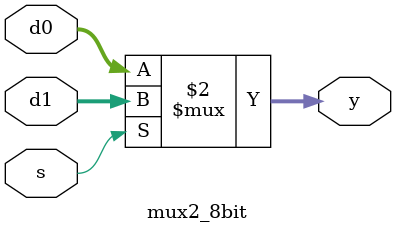
<source format=v>
module mux2_8bit(d0, d1, s, y);						//declare MUX2 module
 input [7:0] d0, d1; 									//set input
 input s; 													//set input
 output [7:0] y; 											//set output
 
 assign y=(s==1'b0)?d0:d1; 							//assign y if(s is 1) to d0 else d1
 
endmodule
	
</source>
